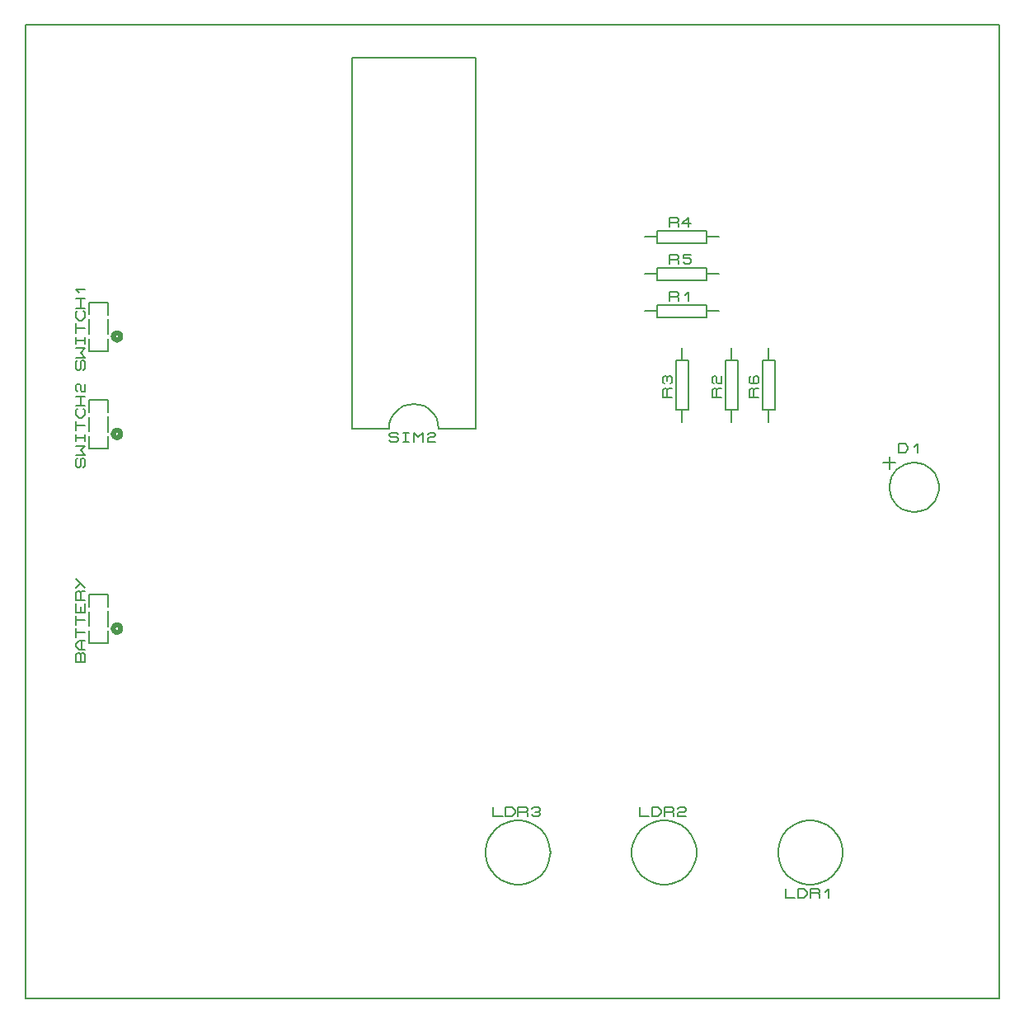
<source format=gbr>
G04 PROTEUS GERBER X2 FILE*
%TF.GenerationSoftware,Labcenter,Proteus,8.16-SP3-Build36097*%
%TF.CreationDate,2024-06-22T10:57:25+00:00*%
%TF.FileFunction,Legend,Top*%
%TF.FilePolarity,Positive*%
%TF.Part,Single*%
%TF.SameCoordinates,{46920692-e9dd-4208-b897-880813824025}*%
%FSLAX45Y45*%
%MOMM*%
G01*
%TA.AperFunction,Profile*%
%ADD17C,0.203200*%
%TA.AperFunction,Material*%
%ADD18C,0.203200*%
%ADD19C,0.508000*%
%ADD70C,0.152400*%
%TD.AperFunction*%
D17*
X-5250000Y-4750000D02*
X+4750000Y-4750000D01*
X+4750000Y+5250000D01*
X-5250000Y+5250000D01*
X-5250000Y-4750000D01*
D18*
X-1262000Y+1357000D02*
X-1313752Y+1351920D01*
X-1361695Y+1337315D01*
X-1404875Y+1314138D01*
X-1442340Y+1283340D01*
X-1473138Y+1245875D01*
X-1496315Y+1202695D01*
X-1510920Y+1154752D01*
X-1516000Y+1103000D01*
X-1262000Y+1357000D02*
X-1209518Y+1351920D01*
X-1161234Y+1337315D01*
X-1118009Y+1314138D01*
X-1080708Y+1283340D01*
X-1050193Y+1245875D01*
X-1027328Y+1202695D01*
X-1012976Y+1154752D01*
X-1008000Y+1103000D01*
X-1516000Y+1103000D02*
X-1897000Y+1103000D01*
X-1897000Y+4913000D02*
X-627000Y+4913000D01*
X-627000Y+1103000D02*
X-1008000Y+1103000D01*
X-1897000Y+1103000D02*
X-1897000Y+4913000D01*
X-627000Y+1103000D02*
X-627000Y+4913000D01*
X-1516000Y+986160D02*
X-1500125Y+970920D01*
X-1436625Y+970920D01*
X-1420750Y+986160D01*
X-1420750Y+1001400D01*
X-1436625Y+1016640D01*
X-1500125Y+1016640D01*
X-1516000Y+1031880D01*
X-1516000Y+1047120D01*
X-1500125Y+1062360D01*
X-1436625Y+1062360D01*
X-1420750Y+1047120D01*
X-1373125Y+1062360D02*
X-1309625Y+1062360D01*
X-1341375Y+1062360D02*
X-1341375Y+970920D01*
X-1373125Y+970920D02*
X-1309625Y+970920D01*
X-1262000Y+970920D02*
X-1262000Y+1062360D01*
X-1214375Y+1016640D01*
X-1166750Y+1062360D01*
X-1166750Y+970920D01*
X-1119125Y+1047120D02*
X-1103250Y+1062360D01*
X-1055625Y+1062360D01*
X-1039750Y+1047120D01*
X-1039750Y+1031880D01*
X-1055625Y+1016640D01*
X-1103250Y+1016640D01*
X-1119125Y+1001400D01*
X-1119125Y+970920D01*
X-1039750Y+970920D01*
X+3141366Y-3250000D02*
X+3140306Y-3223500D01*
X+3131703Y-3170498D01*
X+3113766Y-3117496D01*
X+3084677Y-3064494D01*
X+3040321Y-3011554D01*
X+2987319Y-2969794D01*
X+2934317Y-2942501D01*
X+2881315Y-2925997D01*
X+2828313Y-2918668D01*
X+2809500Y-2918134D01*
X+2477634Y-3250000D02*
X+2478694Y-3223500D01*
X+2487297Y-3170498D01*
X+2505234Y-3117496D01*
X+2534323Y-3064494D01*
X+2578679Y-3011554D01*
X+2631681Y-2969794D01*
X+2684683Y-2942501D01*
X+2737685Y-2925997D01*
X+2790687Y-2918668D01*
X+2809500Y-2918134D01*
X+2477634Y-3250000D02*
X+2478694Y-3276500D01*
X+2487297Y-3329502D01*
X+2505234Y-3382504D01*
X+2534323Y-3435506D01*
X+2578679Y-3488446D01*
X+2631681Y-3530206D01*
X+2684683Y-3557499D01*
X+2737685Y-3574003D01*
X+2790687Y-3581332D01*
X+2809500Y-3581866D01*
X+3141366Y-3250000D02*
X+3140306Y-3276500D01*
X+3131703Y-3329502D01*
X+3113766Y-3382504D01*
X+3084677Y-3435506D01*
X+3040321Y-3488446D01*
X+2987319Y-3530206D01*
X+2934317Y-3557499D01*
X+2881315Y-3574003D01*
X+2828313Y-3581332D01*
X+2809500Y-3581866D01*
X+2555500Y-3622506D02*
X+2555500Y-3713946D01*
X+2650750Y-3713946D01*
X+2682500Y-3713946D02*
X+2682500Y-3622506D01*
X+2746000Y-3622506D01*
X+2777750Y-3652986D01*
X+2777750Y-3683466D01*
X+2746000Y-3713946D01*
X+2682500Y-3713946D01*
X+2809500Y-3713946D02*
X+2809500Y-3622506D01*
X+2888875Y-3622506D01*
X+2904750Y-3637746D01*
X+2904750Y-3652986D01*
X+2888875Y-3668226D01*
X+2809500Y-3668226D01*
X+2888875Y-3668226D02*
X+2904750Y-3683466D01*
X+2904750Y-3713946D01*
X+2968250Y-3652986D02*
X+3000000Y-3622506D01*
X+3000000Y-3713946D01*
X+1641366Y-3250000D02*
X+1640306Y-3223500D01*
X+1631703Y-3170498D01*
X+1613766Y-3117496D01*
X+1584677Y-3064494D01*
X+1540321Y-3011554D01*
X+1487319Y-2969794D01*
X+1434317Y-2942501D01*
X+1381315Y-2925997D01*
X+1328313Y-2918668D01*
X+1309500Y-2918134D01*
X+977634Y-3250000D02*
X+978694Y-3223500D01*
X+987297Y-3170498D01*
X+1005234Y-3117496D01*
X+1034323Y-3064494D01*
X+1078679Y-3011554D01*
X+1131681Y-2969794D01*
X+1184683Y-2942501D01*
X+1237685Y-2925997D01*
X+1290687Y-2918668D01*
X+1309500Y-2918134D01*
X+977634Y-3250000D02*
X+978694Y-3276500D01*
X+987297Y-3329502D01*
X+1005234Y-3382504D01*
X+1034323Y-3435506D01*
X+1078679Y-3488446D01*
X+1131681Y-3530206D01*
X+1184683Y-3557499D01*
X+1237685Y-3574003D01*
X+1290687Y-3581332D01*
X+1309500Y-3581866D01*
X+1641366Y-3250000D02*
X+1640306Y-3276500D01*
X+1631703Y-3329502D01*
X+1613766Y-3382504D01*
X+1584677Y-3435506D01*
X+1540321Y-3488446D01*
X+1487319Y-3530206D01*
X+1434317Y-3557499D01*
X+1381315Y-3574003D01*
X+1328313Y-3581332D01*
X+1309500Y-3581866D01*
X+1055500Y-2786054D02*
X+1055500Y-2877494D01*
X+1150750Y-2877494D01*
X+1182500Y-2877494D02*
X+1182500Y-2786054D01*
X+1246000Y-2786054D01*
X+1277750Y-2816534D01*
X+1277750Y-2847014D01*
X+1246000Y-2877494D01*
X+1182500Y-2877494D01*
X+1309500Y-2877494D02*
X+1309500Y-2786054D01*
X+1388875Y-2786054D01*
X+1404750Y-2801294D01*
X+1404750Y-2816534D01*
X+1388875Y-2831774D01*
X+1309500Y-2831774D01*
X+1388875Y-2831774D02*
X+1404750Y-2847014D01*
X+1404750Y-2877494D01*
X+1452375Y-2801294D02*
X+1468250Y-2786054D01*
X+1515875Y-2786054D01*
X+1531750Y-2801294D01*
X+1531750Y-2816534D01*
X+1515875Y-2831774D01*
X+1468250Y-2831774D01*
X+1452375Y-2847014D01*
X+1452375Y-2877494D01*
X+1531750Y-2877494D01*
X+141366Y-3250000D02*
X+140306Y-3223500D01*
X+131703Y-3170498D01*
X+113766Y-3117496D01*
X+84677Y-3064494D01*
X+40321Y-3011554D01*
X-12681Y-2969794D01*
X-65683Y-2942501D01*
X-118685Y-2925997D01*
X-171687Y-2918668D01*
X-190500Y-2918134D01*
X-522366Y-3250000D02*
X-521306Y-3223500D01*
X-512703Y-3170498D01*
X-494766Y-3117496D01*
X-465677Y-3064494D01*
X-421321Y-3011554D01*
X-368319Y-2969794D01*
X-315317Y-2942501D01*
X-262315Y-2925997D01*
X-209313Y-2918668D01*
X-190500Y-2918134D01*
X-522366Y-3250000D02*
X-521306Y-3276500D01*
X-512703Y-3329502D01*
X-494766Y-3382504D01*
X-465677Y-3435506D01*
X-421321Y-3488446D01*
X-368319Y-3530206D01*
X-315317Y-3557499D01*
X-262315Y-3574003D01*
X-209313Y-3581332D01*
X-190500Y-3581866D01*
X+141366Y-3250000D02*
X+140306Y-3276500D01*
X+131703Y-3329502D01*
X+113766Y-3382504D01*
X+84677Y-3435506D01*
X+40321Y-3488446D01*
X-12681Y-3530206D01*
X-65683Y-3557499D01*
X-118685Y-3574003D01*
X-171687Y-3581332D01*
X-190500Y-3581866D01*
X-444500Y-2786054D02*
X-444500Y-2877494D01*
X-349250Y-2877494D01*
X-317500Y-2877494D02*
X-317500Y-2786054D01*
X-254000Y-2786054D01*
X-222250Y-2816534D01*
X-222250Y-2847014D01*
X-254000Y-2877494D01*
X-317500Y-2877494D01*
X-190500Y-2877494D02*
X-190500Y-2786054D01*
X-111125Y-2786054D01*
X-95250Y-2801294D01*
X-95250Y-2816534D01*
X-111125Y-2831774D01*
X-190500Y-2831774D01*
X-111125Y-2831774D02*
X-95250Y-2847014D01*
X-95250Y-2877494D01*
X-47625Y-2801294D02*
X-31750Y-2786054D01*
X+15875Y-2786054D01*
X+31750Y-2801294D01*
X+31750Y-2816534D01*
X+15875Y-2831774D01*
X+31750Y-2847014D01*
X+31750Y-2862254D01*
X+15875Y-2877494D01*
X-31750Y-2877494D01*
X-47625Y-2862254D01*
X-15875Y-2831774D02*
X+15875Y-2831774D01*
D19*
X-4271400Y-950000D02*
X-4271531Y-946842D01*
X-4272597Y-940524D01*
X-4274828Y-934206D01*
X-4278473Y-927888D01*
X-4284048Y-921649D01*
X-4290366Y-917053D01*
X-4296684Y-914120D01*
X-4303002Y-912458D01*
X-4309320Y-911900D01*
X-4309500Y-911900D01*
X-4347600Y-950000D02*
X-4347469Y-946842D01*
X-4346403Y-940524D01*
X-4344172Y-934206D01*
X-4340527Y-927888D01*
X-4334952Y-921649D01*
X-4328634Y-917053D01*
X-4322316Y-914120D01*
X-4315998Y-912458D01*
X-4309680Y-911900D01*
X-4309500Y-911900D01*
X-4347600Y-950000D02*
X-4347469Y-953158D01*
X-4346403Y-959476D01*
X-4344172Y-965794D01*
X-4340527Y-972112D01*
X-4334952Y-978351D01*
X-4328634Y-982947D01*
X-4322316Y-985880D01*
X-4315998Y-987542D01*
X-4309680Y-988100D01*
X-4309500Y-988100D01*
X-4271400Y-950000D02*
X-4271531Y-953158D01*
X-4272597Y-959476D01*
X-4274828Y-965794D01*
X-4278473Y-972112D01*
X-4284048Y-978351D01*
X-4290366Y-982947D01*
X-4296684Y-985880D01*
X-4303002Y-987542D01*
X-4309320Y-988100D01*
X-4309500Y-988100D01*
D70*
X-4399340Y-1098920D02*
X-4399340Y-972407D01*
X-4399340Y-601080D02*
X-4600000Y-601080D01*
X-4600000Y-724809D01*
X-4600000Y-1098920D02*
X-4399340Y-1098920D01*
X-4399340Y-727593D02*
X-4399340Y-601080D01*
X-4600000Y-775191D02*
X-4600000Y-924809D01*
X-4600000Y-975191D02*
X-4600000Y-1098920D01*
X-4399340Y-927593D02*
X-4399340Y-772407D01*
D18*
X-4638100Y-1294500D02*
X-4729540Y-1294500D01*
X-4729540Y-1215125D01*
X-4714300Y-1199250D01*
X-4699060Y-1199250D01*
X-4683820Y-1215125D01*
X-4668580Y-1199250D01*
X-4653340Y-1199250D01*
X-4638100Y-1215125D01*
X-4638100Y-1294500D01*
X-4683820Y-1294500D02*
X-4683820Y-1215125D01*
X-4638100Y-1167500D02*
X-4699060Y-1167500D01*
X-4729540Y-1135750D01*
X-4729540Y-1104000D01*
X-4699060Y-1072250D01*
X-4638100Y-1072250D01*
X-4668580Y-1167500D02*
X-4668580Y-1072250D01*
X-4729540Y-1040500D02*
X-4729540Y-945250D01*
X-4729540Y-992875D02*
X-4638100Y-992875D01*
X-4729540Y-913500D02*
X-4729540Y-818250D01*
X-4729540Y-865875D02*
X-4638100Y-865875D01*
X-4638100Y-691250D02*
X-4638100Y-786500D01*
X-4729540Y-786500D01*
X-4729540Y-691250D01*
X-4683820Y-786500D02*
X-4683820Y-723000D01*
X-4638100Y-659500D02*
X-4729540Y-659500D01*
X-4729540Y-580125D01*
X-4714300Y-564250D01*
X-4699060Y-564250D01*
X-4683820Y-580125D01*
X-4683820Y-659500D01*
X-4683820Y-580125D02*
X-4668580Y-564250D01*
X-4638100Y-564250D01*
X-4729540Y-437250D02*
X-4638100Y-532500D01*
X-4729540Y-532500D02*
X-4683820Y-484875D01*
D19*
X-4271400Y+1050000D02*
X-4271531Y+1053158D01*
X-4272597Y+1059476D01*
X-4274828Y+1065794D01*
X-4278473Y+1072112D01*
X-4284048Y+1078351D01*
X-4290366Y+1082947D01*
X-4296684Y+1085880D01*
X-4303002Y+1087542D01*
X-4309320Y+1088100D01*
X-4309500Y+1088100D01*
X-4347600Y+1050000D02*
X-4347469Y+1053158D01*
X-4346403Y+1059476D01*
X-4344172Y+1065794D01*
X-4340527Y+1072112D01*
X-4334952Y+1078351D01*
X-4328634Y+1082947D01*
X-4322316Y+1085880D01*
X-4315998Y+1087542D01*
X-4309680Y+1088100D01*
X-4309500Y+1088100D01*
X-4347600Y+1050000D02*
X-4347469Y+1046842D01*
X-4346403Y+1040524D01*
X-4344172Y+1034206D01*
X-4340527Y+1027888D01*
X-4334952Y+1021649D01*
X-4328634Y+1017053D01*
X-4322316Y+1014120D01*
X-4315998Y+1012458D01*
X-4309680Y+1011900D01*
X-4309500Y+1011900D01*
X-4271400Y+1050000D02*
X-4271531Y+1046842D01*
X-4272597Y+1040524D01*
X-4274828Y+1034206D01*
X-4278473Y+1027888D01*
X-4284048Y+1021649D01*
X-4290366Y+1017053D01*
X-4296684Y+1014120D01*
X-4303002Y+1012458D01*
X-4309320Y+1011900D01*
X-4309500Y+1011900D01*
D70*
X-4399340Y+901080D02*
X-4399340Y+1027593D01*
X-4399340Y+1398920D02*
X-4600000Y+1398920D01*
X-4600000Y+1275191D01*
X-4600000Y+901080D02*
X-4399340Y+901080D01*
X-4399340Y+1272407D02*
X-4399340Y+1398920D01*
X-4600000Y+1224809D02*
X-4600000Y+1075191D01*
X-4600000Y+1024809D02*
X-4600000Y+901080D01*
X-4399340Y+1072407D02*
X-4399340Y+1227593D01*
D18*
X-4653340Y+705500D02*
X-4638100Y+721375D01*
X-4638100Y+784875D01*
X-4653340Y+800750D01*
X-4668580Y+800750D01*
X-4683820Y+784875D01*
X-4683820Y+721375D01*
X-4699060Y+705500D01*
X-4714300Y+705500D01*
X-4729540Y+721375D01*
X-4729540Y+784875D01*
X-4714300Y+800750D01*
X-4729540Y+832500D02*
X-4638100Y+832500D01*
X-4683820Y+880125D01*
X-4638100Y+927750D01*
X-4729540Y+927750D01*
X-4729540Y+975375D02*
X-4729540Y+1038875D01*
X-4729540Y+1007125D02*
X-4638100Y+1007125D01*
X-4638100Y+975375D02*
X-4638100Y+1038875D01*
X-4729540Y+1086500D02*
X-4729540Y+1181750D01*
X-4729540Y+1134125D02*
X-4638100Y+1134125D01*
X-4653340Y+1308750D02*
X-4638100Y+1292875D01*
X-4638100Y+1245250D01*
X-4668580Y+1213500D01*
X-4699060Y+1213500D01*
X-4729540Y+1245250D01*
X-4729540Y+1292875D01*
X-4714300Y+1308750D01*
X-4638100Y+1340500D02*
X-4729540Y+1340500D01*
X-4729540Y+1435750D02*
X-4638100Y+1435750D01*
X-4683820Y+1340500D02*
X-4683820Y+1435750D01*
X-4714300Y+1483375D02*
X-4729540Y+1499250D01*
X-4729540Y+1546875D01*
X-4714300Y+1562750D01*
X-4699060Y+1562750D01*
X-4683820Y+1546875D01*
X-4683820Y+1499250D01*
X-4668580Y+1483375D01*
X-4638100Y+1483375D01*
X-4638100Y+1562750D01*
D19*
X-4271400Y+2050000D02*
X-4271531Y+2053158D01*
X-4272597Y+2059476D01*
X-4274828Y+2065794D01*
X-4278473Y+2072112D01*
X-4284048Y+2078351D01*
X-4290366Y+2082947D01*
X-4296684Y+2085880D01*
X-4303002Y+2087542D01*
X-4309320Y+2088100D01*
X-4309500Y+2088100D01*
X-4347600Y+2050000D02*
X-4347469Y+2053158D01*
X-4346403Y+2059476D01*
X-4344172Y+2065794D01*
X-4340527Y+2072112D01*
X-4334952Y+2078351D01*
X-4328634Y+2082947D01*
X-4322316Y+2085880D01*
X-4315998Y+2087542D01*
X-4309680Y+2088100D01*
X-4309500Y+2088100D01*
X-4347600Y+2050000D02*
X-4347469Y+2046842D01*
X-4346403Y+2040524D01*
X-4344172Y+2034206D01*
X-4340527Y+2027888D01*
X-4334952Y+2021649D01*
X-4328634Y+2017053D01*
X-4322316Y+2014120D01*
X-4315998Y+2012458D01*
X-4309680Y+2011900D01*
X-4309500Y+2011900D01*
X-4271400Y+2050000D02*
X-4271531Y+2046842D01*
X-4272597Y+2040524D01*
X-4274828Y+2034206D01*
X-4278473Y+2027888D01*
X-4284048Y+2021649D01*
X-4290366Y+2017053D01*
X-4296684Y+2014120D01*
X-4303002Y+2012458D01*
X-4309320Y+2011900D01*
X-4309500Y+2011900D01*
D70*
X-4399340Y+1901080D02*
X-4399340Y+2027593D01*
X-4399340Y+2398920D02*
X-4600000Y+2398920D01*
X-4600000Y+2275191D01*
X-4600000Y+1901080D02*
X-4399340Y+1901080D01*
X-4399340Y+2272407D02*
X-4399340Y+2398920D01*
X-4600000Y+2224809D02*
X-4600000Y+2075191D01*
X-4600000Y+2024809D02*
X-4600000Y+1901080D01*
X-4399340Y+2072407D02*
X-4399340Y+2227593D01*
D18*
X-4653340Y+1705500D02*
X-4638100Y+1721375D01*
X-4638100Y+1784875D01*
X-4653340Y+1800750D01*
X-4668580Y+1800750D01*
X-4683820Y+1784875D01*
X-4683820Y+1721375D01*
X-4699060Y+1705500D01*
X-4714300Y+1705500D01*
X-4729540Y+1721375D01*
X-4729540Y+1784875D01*
X-4714300Y+1800750D01*
X-4729540Y+1832500D02*
X-4638100Y+1832500D01*
X-4683820Y+1880125D01*
X-4638100Y+1927750D01*
X-4729540Y+1927750D01*
X-4729540Y+1975375D02*
X-4729540Y+2038875D01*
X-4729540Y+2007125D02*
X-4638100Y+2007125D01*
X-4638100Y+1975375D02*
X-4638100Y+2038875D01*
X-4729540Y+2086500D02*
X-4729540Y+2181750D01*
X-4729540Y+2134125D02*
X-4638100Y+2134125D01*
X-4653340Y+2308750D02*
X-4638100Y+2292875D01*
X-4638100Y+2245250D01*
X-4668580Y+2213500D01*
X-4699060Y+2213500D01*
X-4729540Y+2245250D01*
X-4729540Y+2292875D01*
X-4714300Y+2308750D01*
X-4638100Y+2340500D02*
X-4729540Y+2340500D01*
X-4729540Y+2435750D02*
X-4638100Y+2435750D01*
X-4683820Y+2340500D02*
X-4683820Y+2435750D01*
X-4699060Y+2499250D02*
X-4729540Y+2531000D01*
X-4638100Y+2531000D01*
X+4131000Y+500000D02*
X+4130173Y+520483D01*
X+4123455Y+561450D01*
X+4109437Y+602417D01*
X+4086659Y+643384D01*
X+4051859Y+684229D01*
X+4010892Y+715845D01*
X+3969925Y+736392D01*
X+3928958Y+748629D01*
X+3887991Y+753762D01*
X+3877000Y+754000D01*
X+3623000Y+500000D02*
X+3623827Y+520483D01*
X+3630545Y+561450D01*
X+3644563Y+602417D01*
X+3667341Y+643384D01*
X+3702141Y+684229D01*
X+3743108Y+715845D01*
X+3784075Y+736392D01*
X+3825042Y+748629D01*
X+3866009Y+753762D01*
X+3877000Y+754000D01*
X+3623000Y+500000D02*
X+3623827Y+479517D01*
X+3630545Y+438550D01*
X+3644563Y+397583D01*
X+3667341Y+356616D01*
X+3702141Y+315771D01*
X+3743108Y+284155D01*
X+3784075Y+263608D01*
X+3825042Y+251371D01*
X+3866009Y+246238D01*
X+3877000Y+246000D01*
X+4131000Y+500000D02*
X+4130173Y+479517D01*
X+4123455Y+438550D01*
X+4109437Y+397583D01*
X+4086659Y+356616D01*
X+4051859Y+315771D01*
X+4010892Y+284155D01*
X+3969925Y+263608D01*
X+3928958Y+251371D01*
X+3887991Y+246238D01*
X+3877000Y+246000D01*
X+3559500Y+754000D02*
X+3686500Y+754000D01*
X+3623000Y+817500D02*
X+3623000Y+690500D01*
X+3718250Y+858140D02*
X+3718250Y+949580D01*
X+3781750Y+949580D01*
X+3813500Y+919100D01*
X+3813500Y+888620D01*
X+3781750Y+858140D01*
X+3718250Y+858140D01*
X+3877000Y+919100D02*
X+3908750Y+949580D01*
X+3908750Y+858140D01*
X+1111000Y+2310000D02*
X+1238000Y+2310000D01*
X+1238000Y+2246500D02*
X+1746000Y+2246500D01*
X+1746000Y+2373500D01*
X+1238000Y+2373500D01*
X+1238000Y+2246500D01*
X+1746000Y+2310000D02*
X+1873000Y+2310000D01*
X+1365000Y+2414140D02*
X+1365000Y+2505580D01*
X+1444375Y+2505580D01*
X+1460250Y+2490340D01*
X+1460250Y+2475100D01*
X+1444375Y+2459860D01*
X+1365000Y+2459860D01*
X+1444375Y+2459860D02*
X+1460250Y+2444620D01*
X+1460250Y+2414140D01*
X+1523750Y+2475100D02*
X+1555500Y+2505580D01*
X+1555500Y+2414140D01*
X+2000000Y+1167000D02*
X+2000000Y+1294000D01*
X+1936500Y+1294000D02*
X+2063500Y+1294000D01*
X+2063500Y+1802000D01*
X+1936500Y+1802000D01*
X+1936500Y+1294000D01*
X+2000000Y+1802000D02*
X+2000000Y+1929000D01*
X+1895860Y+1421000D02*
X+1804420Y+1421000D01*
X+1804420Y+1500375D01*
X+1819660Y+1516250D01*
X+1834900Y+1516250D01*
X+1850140Y+1500375D01*
X+1850140Y+1421000D01*
X+1850140Y+1500375D02*
X+1865380Y+1516250D01*
X+1895860Y+1516250D01*
X+1819660Y+1563875D02*
X+1804420Y+1579750D01*
X+1804420Y+1627375D01*
X+1819660Y+1643250D01*
X+1834900Y+1643250D01*
X+1850140Y+1627375D01*
X+1850140Y+1579750D01*
X+1865380Y+1563875D01*
X+1895860Y+1563875D01*
X+1895860Y+1643250D01*
X+1492000Y+1167000D02*
X+1492000Y+1294000D01*
X+1428500Y+1294000D02*
X+1555500Y+1294000D01*
X+1555500Y+1802000D01*
X+1428500Y+1802000D01*
X+1428500Y+1294000D01*
X+1492000Y+1802000D02*
X+1492000Y+1929000D01*
X+1387860Y+1421000D02*
X+1296420Y+1421000D01*
X+1296420Y+1500375D01*
X+1311660Y+1516250D01*
X+1326900Y+1516250D01*
X+1342140Y+1500375D01*
X+1342140Y+1421000D01*
X+1342140Y+1500375D02*
X+1357380Y+1516250D01*
X+1387860Y+1516250D01*
X+1311660Y+1563875D02*
X+1296420Y+1579750D01*
X+1296420Y+1627375D01*
X+1311660Y+1643250D01*
X+1326900Y+1643250D01*
X+1342140Y+1627375D01*
X+1357380Y+1643250D01*
X+1372620Y+1643250D01*
X+1387860Y+1627375D01*
X+1387860Y+1579750D01*
X+1372620Y+1563875D01*
X+1342140Y+1595625D02*
X+1342140Y+1627375D01*
X+1111000Y+3072000D02*
X+1238000Y+3072000D01*
X+1238000Y+3008500D02*
X+1746000Y+3008500D01*
X+1746000Y+3135500D01*
X+1238000Y+3135500D01*
X+1238000Y+3008500D01*
X+1746000Y+3072000D02*
X+1873000Y+3072000D01*
X+1365000Y+3176140D02*
X+1365000Y+3267580D01*
X+1444375Y+3267580D01*
X+1460250Y+3252340D01*
X+1460250Y+3237100D01*
X+1444375Y+3221860D01*
X+1365000Y+3221860D01*
X+1444375Y+3221860D02*
X+1460250Y+3206620D01*
X+1460250Y+3176140D01*
X+1587250Y+3206620D02*
X+1492000Y+3206620D01*
X+1555500Y+3267580D01*
X+1555500Y+3176140D01*
X+1111000Y+2691000D02*
X+1238000Y+2691000D01*
X+1238000Y+2627500D02*
X+1746000Y+2627500D01*
X+1746000Y+2754500D01*
X+1238000Y+2754500D01*
X+1238000Y+2627500D01*
X+1746000Y+2691000D02*
X+1873000Y+2691000D01*
X+1365000Y+2795140D02*
X+1365000Y+2886580D01*
X+1444375Y+2886580D01*
X+1460250Y+2871340D01*
X+1460250Y+2856100D01*
X+1444375Y+2840860D01*
X+1365000Y+2840860D01*
X+1444375Y+2840860D02*
X+1460250Y+2825620D01*
X+1460250Y+2795140D01*
X+1587250Y+2886580D02*
X+1507875Y+2886580D01*
X+1507875Y+2856100D01*
X+1571375Y+2856100D01*
X+1587250Y+2840860D01*
X+1587250Y+2810380D01*
X+1571375Y+2795140D01*
X+1523750Y+2795140D01*
X+1507875Y+2810380D01*
X+2381000Y+1167000D02*
X+2381000Y+1294000D01*
X+2317500Y+1294000D02*
X+2444500Y+1294000D01*
X+2444500Y+1802000D01*
X+2317500Y+1802000D01*
X+2317500Y+1294000D01*
X+2381000Y+1802000D02*
X+2381000Y+1929000D01*
X+2276860Y+1421000D02*
X+2185420Y+1421000D01*
X+2185420Y+1500375D01*
X+2200660Y+1516250D01*
X+2215900Y+1516250D01*
X+2231140Y+1500375D01*
X+2231140Y+1421000D01*
X+2231140Y+1500375D02*
X+2246380Y+1516250D01*
X+2276860Y+1516250D01*
X+2200660Y+1643250D02*
X+2185420Y+1627375D01*
X+2185420Y+1579750D01*
X+2200660Y+1563875D01*
X+2261620Y+1563875D01*
X+2276860Y+1579750D01*
X+2276860Y+1627375D01*
X+2261620Y+1643250D01*
X+2246380Y+1643250D01*
X+2231140Y+1627375D01*
X+2231140Y+1563875D01*
M02*

</source>
